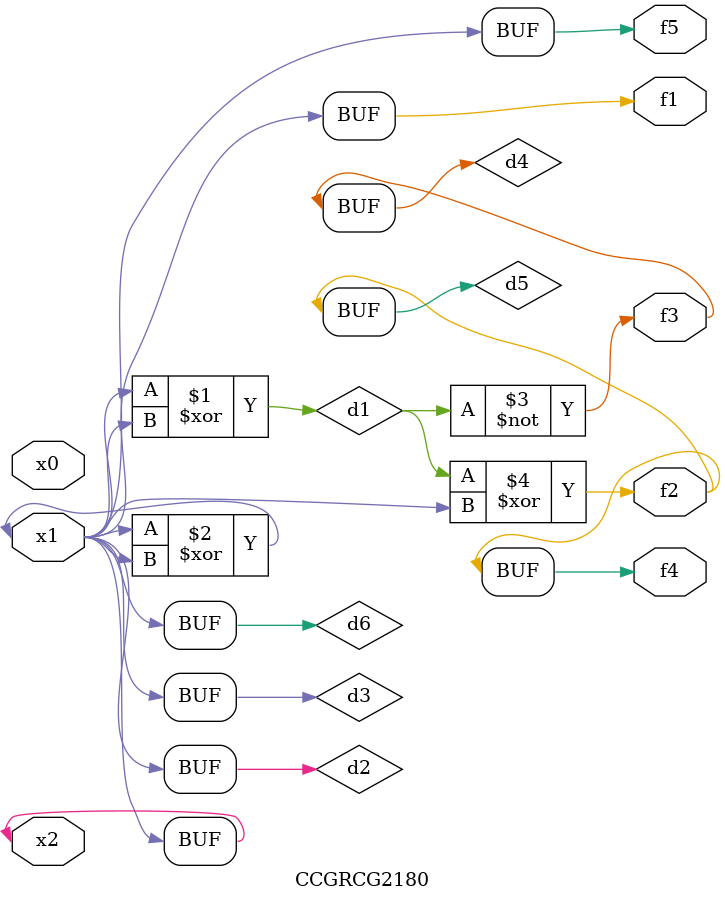
<source format=v>
module CCGRCG2180(
	input x0, x1, x2,
	output f1, f2, f3, f4, f5
);

	wire d1, d2, d3, d4, d5, d6;

	xor (d1, x1, x2);
	buf (d2, x1, x2);
	xor (d3, x1, x2);
	nor (d4, d1);
	xor (d5, d1, d2);
	buf (d6, d2, d3);
	assign f1 = d6;
	assign f2 = d5;
	assign f3 = d4;
	assign f4 = d5;
	assign f5 = d6;
endmodule

</source>
